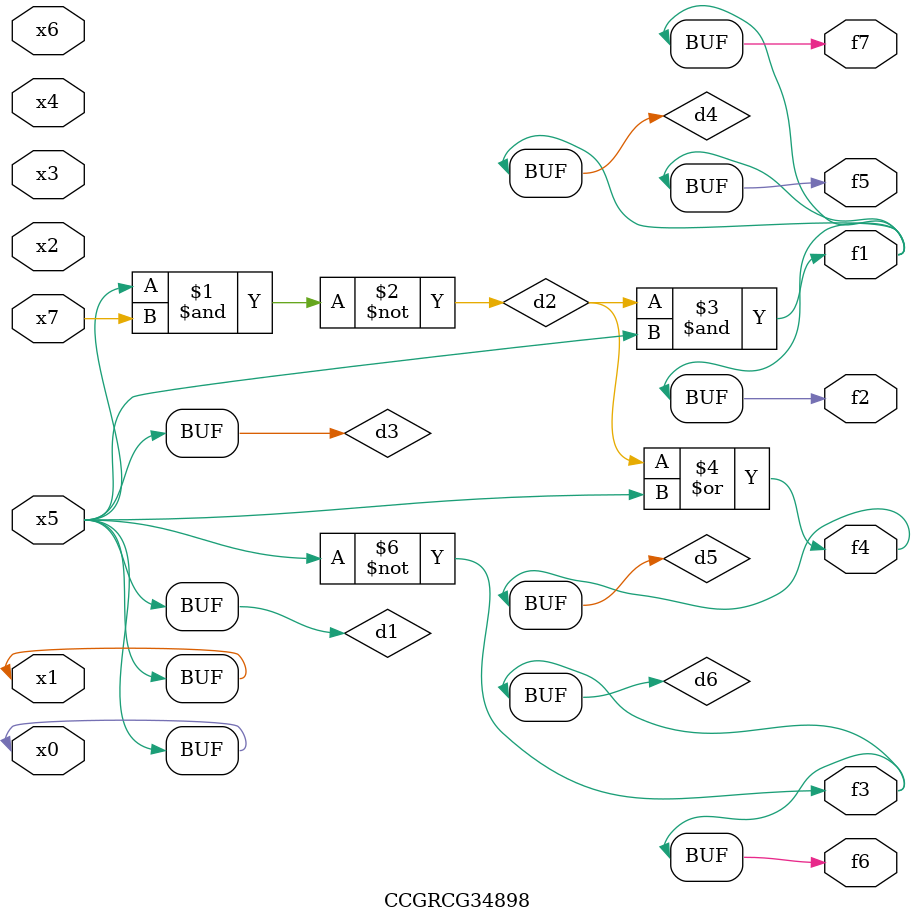
<source format=v>
module CCGRCG34898(
	input x0, x1, x2, x3, x4, x5, x6, x7,
	output f1, f2, f3, f4, f5, f6, f7
);

	wire d1, d2, d3, d4, d5, d6;

	buf (d1, x0, x5);
	nand (d2, x5, x7);
	buf (d3, x0, x1);
	and (d4, d2, d3);
	or (d5, d2, d3);
	nor (d6, d1, d3);
	assign f1 = d4;
	assign f2 = d4;
	assign f3 = d6;
	assign f4 = d5;
	assign f5 = d4;
	assign f6 = d6;
	assign f7 = d4;
endmodule

</source>
